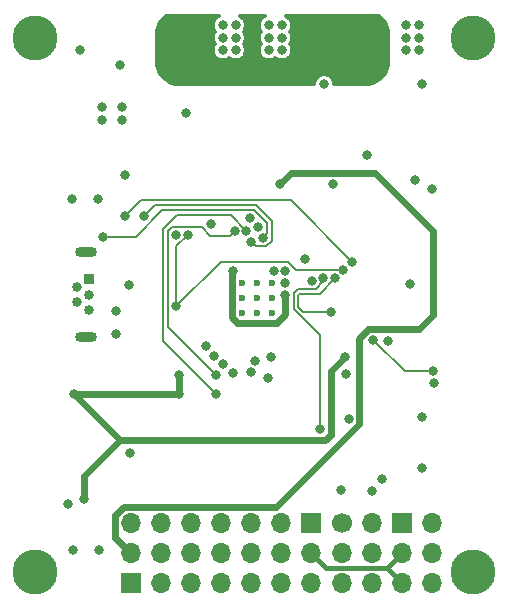
<source format=gbr>
%TF.GenerationSoftware,KiCad,Pcbnew,(5.1.10-1-10_14)*%
%TF.CreationDate,2021-12-24T07:56:15-05:00*%
%TF.ProjectId,hermes_v1,6865726d-6573-45f7-9631-2e6b69636164,rev?*%
%TF.SameCoordinates,Original*%
%TF.FileFunction,Copper,L3,Inr*%
%TF.FilePolarity,Positive*%
%FSLAX46Y46*%
G04 Gerber Fmt 4.6, Leading zero omitted, Abs format (unit mm)*
G04 Created by KiCad (PCBNEW (5.1.10-1-10_14)) date 2021-12-24 07:56:15*
%MOMM*%
%LPD*%
G01*
G04 APERTURE LIST*
%TA.AperFunction,ComponentPad*%
%ADD10C,3.800000*%
%TD*%
%TA.AperFunction,ComponentPad*%
%ADD11O,1.850000X0.850000*%
%TD*%
%TA.AperFunction,ComponentPad*%
%ADD12C,0.840000*%
%TD*%
%TA.AperFunction,ComponentPad*%
%ADD13R,0.840000X0.840000*%
%TD*%
%TA.AperFunction,ComponentPad*%
%ADD14O,1.700000X1.700000*%
%TD*%
%TA.AperFunction,ComponentPad*%
%ADD15R,1.700000X1.700000*%
%TD*%
%TA.AperFunction,ComponentPad*%
%ADD16C,1.700000*%
%TD*%
%TA.AperFunction,ComponentPad*%
%ADD17C,0.600000*%
%TD*%
%TA.AperFunction,ViaPad*%
%ADD18C,0.800000*%
%TD*%
%TA.AperFunction,Conductor*%
%ADD19C,0.200000*%
%TD*%
%TA.AperFunction,Conductor*%
%ADD20C,0.400000*%
%TD*%
%TA.AperFunction,Conductor*%
%ADD21C,0.600000*%
%TD*%
%TA.AperFunction,Conductor*%
%ADD22C,0.300000*%
%TD*%
%TA.AperFunction,Conductor*%
%ADD23C,0.100000*%
%TD*%
G04 APERTURE END LIST*
D10*
%TO.N,N/C*%
%TO.C,H4*%
X188110000Y-45960000D03*
%TD*%
%TO.N,N/C*%
%TO.C,H3*%
X225250000Y-91190000D03*
%TD*%
%TO.N,N/C*%
%TO.C,H2*%
X188110000Y-91170000D03*
%TD*%
%TO.N,N/C*%
%TO.C,H1*%
X225230000Y-45960000D03*
%TD*%
D11*
%TO.N,GND*%
%TO.C,J2*%
X192480000Y-71275000D03*
X192480000Y-64125000D03*
D12*
X192700000Y-69000000D03*
%TO.N,Net-(J2-Pad4)*%
X191700000Y-68350000D03*
%TO.N,Net-(J2-Pad3)*%
X192700000Y-67700000D03*
%TO.N,Net-(J2-Pad2)*%
X191700000Y-67050000D03*
D13*
%TO.N,FC_USB_VBUS*%
X192700000Y-66400000D03*
%TD*%
D14*
%TO.N,GND*%
%TO.C,J7*%
X221740000Y-92130000D03*
%TO.N,+5V*%
X219200000Y-92130000D03*
%TO.N,GND*%
X221740000Y-89590000D03*
%TO.N,+5V*%
X219200000Y-89590000D03*
%TO.N,GND*%
X221740000Y-87050000D03*
D15*
%TO.N,3V3_IO*%
X219200000Y-87050000D03*
%TD*%
D14*
%TO.N,FC_UART0_RX*%
%TO.C,J5*%
X216640000Y-92130000D03*
%TO.N,FC_UART0_TX*%
X214100000Y-92130000D03*
%TO.N,FC_UART1_RX*%
X216640000Y-89590000D03*
%TO.N,FC_UART1_TX*%
X214100000Y-89590000D03*
%TO.N,FC_I2C1_SDA*%
X216640000Y-87050000D03*
D16*
%TO.N,FC_I2C1_SCL*%
X214100000Y-87050000D03*
%TD*%
D14*
%TO.N,+5V*%
%TO.C,J4*%
X211540000Y-89610000D03*
%TO.N,GND*%
X211540000Y-92150000D03*
%TO.N,+5V*%
X209000000Y-89610000D03*
%TO.N,GND*%
X209000000Y-92150000D03*
%TO.N,+5V*%
X206460000Y-89610000D03*
%TO.N,GND*%
X206460000Y-92150000D03*
%TO.N,+5V*%
X203920000Y-89610000D03*
%TO.N,GND*%
X203920000Y-92150000D03*
%TO.N,+5V*%
X201380000Y-89610000D03*
%TO.N,GND*%
X201380000Y-92150000D03*
%TO.N,+5V*%
X198840000Y-89610000D03*
%TO.N,GND*%
X198840000Y-92150000D03*
%TO.N,+5V*%
X196300000Y-89610000D03*
D15*
%TO.N,GND*%
X196300000Y-92150000D03*
%TD*%
D14*
%TO.N,FC_RADIO_PPM*%
%TO.C,J3*%
X196310000Y-87050000D03*
%TO.N,FC_SERVO_6*%
X198850000Y-87050000D03*
%TO.N,FC_SERVO_5*%
X201390000Y-87050000D03*
%TO.N,FC_SERVO_4*%
X203930000Y-87050000D03*
%TO.N,FC_SERVO_3*%
X206470000Y-87050000D03*
%TO.N,FC_SERVO_2*%
X209010000Y-87050000D03*
D15*
%TO.N,FC_SERVO_1*%
X211550000Y-87050000D03*
%TD*%
D17*
%TO.N,GND*%
%TO.C,U3*%
X205675000Y-69275000D03*
X205675000Y-68000000D03*
X205675000Y-66725000D03*
X206950000Y-69275000D03*
X206950000Y-68000000D03*
X206950000Y-66725000D03*
X208225000Y-69275000D03*
X208225000Y-68000000D03*
X208225000Y-66725000D03*
%TD*%
D18*
%TO.N,GND*%
X193800000Y-52900000D03*
X193800000Y-51800000D03*
X205150000Y-44900000D03*
X204050000Y-44900000D03*
X204050000Y-47000000D03*
X205150000Y-47000000D03*
X204050000Y-45950000D03*
X205150000Y-45950000D03*
X209050000Y-45950000D03*
X207950000Y-45950000D03*
X209050000Y-44900000D03*
X207950000Y-44900000D03*
X207950000Y-47000000D03*
X209050000Y-47000000D03*
X219550000Y-47000000D03*
X220650000Y-45950000D03*
X219550000Y-45950000D03*
X220650000Y-47000000D03*
X220650000Y-44900000D03*
X219550000Y-44900000D03*
X220950000Y-82350000D03*
X220950000Y-78050000D03*
X214500000Y-74450000D03*
X214700000Y-78250000D03*
X217546776Y-83315647D03*
X212650000Y-49900000D03*
X211050000Y-64700000D03*
X207008856Y-62009857D03*
X219900000Y-66800000D03*
X200100005Y-62650011D03*
X196150731Y-81150731D03*
X221750000Y-58718282D03*
X191400000Y-89300000D03*
X191300000Y-59600000D03*
X191950000Y-47000000D03*
X195800000Y-57550000D03*
X195550000Y-51800000D03*
X195550000Y-52900000D03*
X195350000Y-48300000D03*
X200950000Y-52300000D03*
X220950000Y-49900000D03*
X196070000Y-66920000D03*
%TO.N,+1V1*%
X200129319Y-68679319D03*
X214257101Y-65592887D03*
X201100006Y-62649994D03*
%TO.N,+3V3*%
X216250000Y-55900000D03*
X195000000Y-71000000D03*
%TO.N,VCC*%
X212950000Y-44900000D03*
X212950000Y-45950000D03*
X211850000Y-44900000D03*
X212950000Y-47000000D03*
X211850000Y-47000000D03*
X211850000Y-45950000D03*
X216750000Y-45950000D03*
X215650000Y-47000000D03*
X216750000Y-44900000D03*
X215650000Y-45950000D03*
X216750000Y-47000000D03*
X215650000Y-44900000D03*
X199700000Y-44850000D03*
X200800000Y-45900000D03*
X199700000Y-46950000D03*
X199700000Y-45900000D03*
X200800000Y-44850000D03*
X200800000Y-46950000D03*
%TO.N,+5V*%
X208900000Y-58350000D03*
X195000000Y-69100000D03*
%TO.N,FC_STATUS_BLUE*%
X197400000Y-61025000D03*
X206455977Y-63213886D03*
%TO.N,FC_STATUS_RED*%
X195800000Y-61025000D03*
X208350000Y-65700000D03*
X214993193Y-64916003D03*
%TO.N,FC_STATUS_GREEN*%
X193921680Y-62787534D03*
X207413182Y-62924474D03*
%TO.N,FC_BOOTSEL*%
X190975000Y-85400000D03*
X193450000Y-59600000D03*
%TO.N,FC_RUN*%
X209350000Y-65700000D03*
X193600000Y-89300000D03*
%TO.N,FC_USB_VBUS*%
X213400000Y-58300000D03*
%TO.N,FC_I2C0_SCL*%
X206750010Y-73300000D03*
X216800000Y-71550000D03*
X221878753Y-74202539D03*
%TO.N,FC_I2C0_SDA*%
X206433580Y-74283580D03*
X218000001Y-71601974D03*
%TO.N,FC_I2C1_SCL*%
X214094975Y-84255025D03*
X205050000Y-62300000D03*
X203450000Y-74500000D03*
%TO.N,FC_I2C1_SDA*%
X216650000Y-84300000D03*
X206050003Y-62300000D03*
X203450000Y-76100000D03*
%TO.N,FC_SWCLK*%
X209351362Y-66700001D03*
%TO.N,FC_SWD*%
X211572881Y-66512718D03*
%TO.N,FC_SPI0_CS*%
X203022609Y-61689690D03*
X206394309Y-61220975D03*
X203268869Y-72875010D03*
%TO.N,FC_SPI0_MOSI*%
X204949999Y-74302160D03*
%TO.N,FC_SPI0_SCK*%
X204100000Y-73575010D03*
%TO.N,FC_SPI0_MISO*%
X202642829Y-72092829D03*
%TO.N,FC_UART1_TX*%
X208150010Y-72999999D03*
%TO.N,FC_UART1_RX*%
X207899798Y-74800003D03*
%TO.N,FC_UART0_TX*%
X212549997Y-66300002D03*
X212271274Y-79115560D03*
%TO.N,FC_UART0_RX*%
X213550000Y-66300002D03*
X213249997Y-69175001D03*
%TO.N,/FlightControlComputer/3V_MCU*%
X209349990Y-67706681D03*
X204950010Y-65700000D03*
%TO.N,3V3_IO*%
X214380025Y-72980024D03*
X221900049Y-75202314D03*
X220350000Y-58000000D03*
X191450000Y-76100000D03*
X192300000Y-85000000D03*
X200350000Y-74500000D03*
X200350000Y-76100000D03*
%TD*%
D19*
%TO.N,+1V1*%
X209586001Y-64899999D02*
X203908639Y-64899999D01*
X203908639Y-64899999D02*
X200129319Y-68679319D01*
X210278889Y-65592887D02*
X209586001Y-64899999D01*
X214257101Y-65592887D02*
X210278889Y-65592887D01*
X200129319Y-63620681D02*
X201100006Y-62649994D01*
X200129319Y-68679319D02*
X200129319Y-63620681D01*
D20*
%TO.N,+5V*%
X217910001Y-90879999D02*
X219200000Y-89590000D01*
X212809999Y-90879999D02*
X217910001Y-90879999D01*
X211540000Y-89610000D02*
X212809999Y-90879999D01*
X217949999Y-90879999D02*
X219200000Y-92130000D01*
X217910001Y-90879999D02*
X217949999Y-90879999D01*
D21*
X209850001Y-57399999D02*
X216899999Y-57399999D01*
X208900000Y-58350000D02*
X209850001Y-57399999D01*
X216899999Y-57399999D02*
X221850000Y-62350000D01*
X221850000Y-62350000D02*
X221850000Y-69450000D01*
X194959999Y-88269999D02*
X196300000Y-89610000D01*
X195661999Y-85699999D02*
X194959999Y-86401999D01*
X215600001Y-78682001D02*
X208582003Y-85699999D01*
X215600001Y-71417997D02*
X215600001Y-78682001D01*
X208582003Y-85699999D02*
X195661999Y-85699999D01*
X216367999Y-70649999D02*
X215600001Y-71417997D01*
X220650001Y-70649999D02*
X216367999Y-70649999D01*
X194959999Y-86401999D02*
X194959999Y-88269999D01*
X221850000Y-69450000D02*
X220650001Y-70649999D01*
D19*
%TO.N,FC_STATUS_BLUE*%
X198304036Y-60120964D02*
X197400000Y-61025000D01*
X208213191Y-61438156D02*
X206895999Y-60120964D01*
X208213191Y-63160467D02*
X208213191Y-61438156D01*
X206895999Y-60120964D02*
X198304036Y-60120964D01*
X206866566Y-63624475D02*
X207749183Y-63624475D01*
X207749183Y-63624475D02*
X208213191Y-63160467D01*
X206455977Y-63213886D02*
X206866566Y-63624475D01*
%TO.N,FC_STATUS_RED*%
X197104046Y-59720954D02*
X195800000Y-61025000D01*
X209798144Y-59720954D02*
X197104046Y-59720954D01*
X214993193Y-64916003D02*
X209798144Y-59720954D01*
%TO.N,FC_STATUS_GREEN*%
X196673468Y-62787534D02*
X193921680Y-62787534D01*
X198940028Y-60520974D02*
X196673468Y-62787534D01*
X207813181Y-61603845D02*
X206730310Y-60520974D01*
X207813181Y-62524475D02*
X207813181Y-61603845D01*
X206730310Y-60520974D02*
X198940028Y-60520974D01*
X207413182Y-62924474D02*
X207813181Y-62524475D01*
%TO.N,FC_I2C0_SCL*%
X219452539Y-74202539D02*
X221878753Y-74202539D01*
X216800000Y-71550000D02*
X219452539Y-74202539D01*
%TO.N,FC_I2C1_SCL*%
X202246910Y-61949993D02*
X202996916Y-62699999D01*
X199764021Y-61949993D02*
X202246910Y-61949993D01*
X199400004Y-62314010D02*
X199764021Y-61949993D01*
X204650001Y-62699999D02*
X205050000Y-62300000D01*
X202996916Y-62699999D02*
X204650001Y-62699999D01*
X203450000Y-74500000D02*
X199429318Y-70479318D01*
X199400004Y-70450004D02*
X199429318Y-70479318D01*
X199400004Y-62314010D02*
X199400004Y-70450004D01*
%TO.N,FC_I2C1_SDA*%
X204739692Y-60989689D02*
X206050003Y-62300000D01*
X200158626Y-60989689D02*
X204739692Y-60989689D01*
X198999994Y-62148321D02*
X200158626Y-60989689D01*
X198999994Y-71649994D02*
X198999994Y-62148321D01*
X203450000Y-76100000D02*
X198999994Y-71649994D01*
%TO.N,FC_UART0_TX*%
X212549997Y-66571604D02*
X211908882Y-67212719D01*
X212549997Y-66300002D02*
X212549997Y-66571604D01*
X210049990Y-67584311D02*
X210049990Y-68915688D01*
X210421582Y-67212719D02*
X210049990Y-67584311D01*
X211908882Y-67212719D02*
X210421582Y-67212719D01*
X212271274Y-71136972D02*
X212271274Y-79115560D01*
X210049990Y-68915688D02*
X212271274Y-71136972D01*
%TO.N,FC_UART0_RX*%
X213550000Y-66300002D02*
X212237273Y-67612729D01*
X212237273Y-67612729D02*
X210587271Y-67612729D01*
X210587271Y-67612729D02*
X210450000Y-67750000D01*
X210450000Y-67750000D02*
X210450000Y-68750000D01*
X210875001Y-69175001D02*
X213249997Y-69175001D01*
X210450000Y-68750000D02*
X210875001Y-69175001D01*
D21*
%TO.N,/FlightControlComputer/3V_MCU*%
X209349990Y-69334012D02*
X209349990Y-67706681D01*
X205290999Y-70075001D02*
X204850000Y-69634002D01*
X208609001Y-70075001D02*
X205290999Y-70075001D01*
X209349990Y-69334012D02*
X208609001Y-70075001D01*
X204850000Y-65800010D02*
X204950010Y-65700000D01*
X204850000Y-69634002D02*
X204850000Y-65800010D01*
%TO.N,3V3_IO*%
X213171275Y-79547561D02*
X212703275Y-80015561D01*
X213171275Y-74188774D02*
X213171275Y-79547561D01*
X212703275Y-80015561D02*
X199833559Y-80015561D01*
X214380025Y-72980024D02*
X213171275Y-74188774D01*
X195365561Y-80015561D02*
X191450000Y-76100000D01*
X199833559Y-80015561D02*
X195365561Y-80015561D01*
X192300000Y-83081122D02*
X195365561Y-80015561D01*
X192300000Y-85000000D02*
X192300000Y-83081122D01*
X200350000Y-74500000D02*
X200350000Y-76100000D01*
X200350000Y-76100000D02*
X191450000Y-76100000D01*
%TD*%
D22*
%TO.N,VCC*%
X203647374Y-44146740D02*
X203508156Y-44239762D01*
X203389762Y-44358156D01*
X203296740Y-44497374D01*
X203232665Y-44652064D01*
X203200000Y-44816282D01*
X203200000Y-44983718D01*
X203232665Y-45147936D01*
X203296740Y-45302626D01*
X203378507Y-45425000D01*
X203296740Y-45547374D01*
X203232665Y-45702064D01*
X203200000Y-45866282D01*
X203200000Y-46033718D01*
X203232665Y-46197936D01*
X203296740Y-46352626D01*
X203378507Y-46475000D01*
X203296740Y-46597374D01*
X203232665Y-46752064D01*
X203200000Y-46916282D01*
X203200000Y-47083718D01*
X203232665Y-47247936D01*
X203296740Y-47402626D01*
X203389762Y-47541844D01*
X203508156Y-47660238D01*
X203647374Y-47753260D01*
X203802064Y-47817335D01*
X203966282Y-47850000D01*
X204133718Y-47850000D01*
X204297936Y-47817335D01*
X204452626Y-47753260D01*
X204591844Y-47660238D01*
X204600000Y-47652082D01*
X204608156Y-47660238D01*
X204747374Y-47753260D01*
X204902064Y-47817335D01*
X205066282Y-47850000D01*
X205233718Y-47850000D01*
X205397936Y-47817335D01*
X205552626Y-47753260D01*
X205691844Y-47660238D01*
X205810238Y-47541844D01*
X205903260Y-47402626D01*
X205967335Y-47247936D01*
X206000000Y-47083718D01*
X206000000Y-46916282D01*
X205967335Y-46752064D01*
X205903260Y-46597374D01*
X205821493Y-46475000D01*
X205903260Y-46352626D01*
X205967335Y-46197936D01*
X206000000Y-46033718D01*
X206000000Y-45866282D01*
X205967335Y-45702064D01*
X205903260Y-45547374D01*
X205821493Y-45425000D01*
X205903260Y-45302626D01*
X205967335Y-45147936D01*
X206000000Y-44983718D01*
X206000000Y-44816282D01*
X205967335Y-44652064D01*
X205903260Y-44497374D01*
X205810238Y-44358156D01*
X205691844Y-44239762D01*
X205552626Y-44146740D01*
X205500141Y-44125000D01*
X207599859Y-44125000D01*
X207547374Y-44146740D01*
X207408156Y-44239762D01*
X207289762Y-44358156D01*
X207196740Y-44497374D01*
X207132665Y-44652064D01*
X207100000Y-44816282D01*
X207100000Y-44983718D01*
X207132665Y-45147936D01*
X207196740Y-45302626D01*
X207278507Y-45425000D01*
X207196740Y-45547374D01*
X207132665Y-45702064D01*
X207100000Y-45866282D01*
X207100000Y-46033718D01*
X207132665Y-46197936D01*
X207196740Y-46352626D01*
X207278507Y-46475000D01*
X207196740Y-46597374D01*
X207132665Y-46752064D01*
X207100000Y-46916282D01*
X207100000Y-47083718D01*
X207132665Y-47247936D01*
X207196740Y-47402626D01*
X207289762Y-47541844D01*
X207408156Y-47660238D01*
X207547374Y-47753260D01*
X207702064Y-47817335D01*
X207866282Y-47850000D01*
X208033718Y-47850000D01*
X208197936Y-47817335D01*
X208352626Y-47753260D01*
X208491844Y-47660238D01*
X208500000Y-47652082D01*
X208508156Y-47660238D01*
X208647374Y-47753260D01*
X208802064Y-47817335D01*
X208966282Y-47850000D01*
X209133718Y-47850000D01*
X209297936Y-47817335D01*
X209452626Y-47753260D01*
X209591844Y-47660238D01*
X209710238Y-47541844D01*
X209803260Y-47402626D01*
X209867335Y-47247936D01*
X209900000Y-47083718D01*
X209900000Y-46916282D01*
X209867335Y-46752064D01*
X209803260Y-46597374D01*
X209721493Y-46475000D01*
X209803260Y-46352626D01*
X209867335Y-46197936D01*
X209900000Y-46033718D01*
X209900000Y-45866282D01*
X209867335Y-45702064D01*
X209803260Y-45547374D01*
X209721493Y-45425000D01*
X209803260Y-45302626D01*
X209867335Y-45147936D01*
X209900000Y-44983718D01*
X209900000Y-44816282D01*
X209867335Y-44652064D01*
X209803260Y-44497374D01*
X209710238Y-44358156D01*
X209591844Y-44239762D01*
X209452626Y-44146740D01*
X209400141Y-44125000D01*
X217241385Y-44125000D01*
X217411241Y-44252153D01*
X217597847Y-44438759D01*
X217755997Y-44650022D01*
X217882472Y-44881643D01*
X217974694Y-45128901D01*
X218030790Y-45386771D01*
X218050000Y-45655360D01*
X218050000Y-47994640D01*
X218030790Y-48263229D01*
X217974694Y-48521099D01*
X217882472Y-48768357D01*
X217755997Y-48999978D01*
X217597847Y-49211241D01*
X217411241Y-49397847D01*
X217199978Y-49555997D01*
X216968357Y-49682472D01*
X216721099Y-49774694D01*
X216463229Y-49830790D01*
X216194640Y-49850000D01*
X213500000Y-49850000D01*
X213500000Y-49816282D01*
X213467335Y-49652064D01*
X213403260Y-49497374D01*
X213310238Y-49358156D01*
X213191844Y-49239762D01*
X213052626Y-49146740D01*
X212897936Y-49082665D01*
X212733718Y-49050000D01*
X212566282Y-49050000D01*
X212402064Y-49082665D01*
X212247374Y-49146740D01*
X212108156Y-49239762D01*
X211989762Y-49358156D01*
X211896740Y-49497374D01*
X211832665Y-49652064D01*
X211800000Y-49816282D01*
X211800000Y-49850000D01*
X200305360Y-49850000D01*
X200036771Y-49830790D01*
X199778901Y-49774694D01*
X199531643Y-49682472D01*
X199300022Y-49555997D01*
X199088759Y-49397847D01*
X198902153Y-49211241D01*
X198744003Y-48999978D01*
X198617528Y-48768357D01*
X198525306Y-48521099D01*
X198469210Y-48263229D01*
X198450000Y-47994640D01*
X198450000Y-45655360D01*
X198469210Y-45386771D01*
X198525306Y-45128901D01*
X198617528Y-44881643D01*
X198744003Y-44650022D01*
X198902153Y-44438759D01*
X199088759Y-44252153D01*
X199258615Y-44125000D01*
X203699859Y-44125000D01*
X203647374Y-44146740D01*
%TA.AperFunction,Conductor*%
D23*
G36*
X203647374Y-44146740D02*
G01*
X203508156Y-44239762D01*
X203389762Y-44358156D01*
X203296740Y-44497374D01*
X203232665Y-44652064D01*
X203200000Y-44816282D01*
X203200000Y-44983718D01*
X203232665Y-45147936D01*
X203296740Y-45302626D01*
X203378507Y-45425000D01*
X203296740Y-45547374D01*
X203232665Y-45702064D01*
X203200000Y-45866282D01*
X203200000Y-46033718D01*
X203232665Y-46197936D01*
X203296740Y-46352626D01*
X203378507Y-46475000D01*
X203296740Y-46597374D01*
X203232665Y-46752064D01*
X203200000Y-46916282D01*
X203200000Y-47083718D01*
X203232665Y-47247936D01*
X203296740Y-47402626D01*
X203389762Y-47541844D01*
X203508156Y-47660238D01*
X203647374Y-47753260D01*
X203802064Y-47817335D01*
X203966282Y-47850000D01*
X204133718Y-47850000D01*
X204297936Y-47817335D01*
X204452626Y-47753260D01*
X204591844Y-47660238D01*
X204600000Y-47652082D01*
X204608156Y-47660238D01*
X204747374Y-47753260D01*
X204902064Y-47817335D01*
X205066282Y-47850000D01*
X205233718Y-47850000D01*
X205397936Y-47817335D01*
X205552626Y-47753260D01*
X205691844Y-47660238D01*
X205810238Y-47541844D01*
X205903260Y-47402626D01*
X205967335Y-47247936D01*
X206000000Y-47083718D01*
X206000000Y-46916282D01*
X205967335Y-46752064D01*
X205903260Y-46597374D01*
X205821493Y-46475000D01*
X205903260Y-46352626D01*
X205967335Y-46197936D01*
X206000000Y-46033718D01*
X206000000Y-45866282D01*
X205967335Y-45702064D01*
X205903260Y-45547374D01*
X205821493Y-45425000D01*
X205903260Y-45302626D01*
X205967335Y-45147936D01*
X206000000Y-44983718D01*
X206000000Y-44816282D01*
X205967335Y-44652064D01*
X205903260Y-44497374D01*
X205810238Y-44358156D01*
X205691844Y-44239762D01*
X205552626Y-44146740D01*
X205500141Y-44125000D01*
X207599859Y-44125000D01*
X207547374Y-44146740D01*
X207408156Y-44239762D01*
X207289762Y-44358156D01*
X207196740Y-44497374D01*
X207132665Y-44652064D01*
X207100000Y-44816282D01*
X207100000Y-44983718D01*
X207132665Y-45147936D01*
X207196740Y-45302626D01*
X207278507Y-45425000D01*
X207196740Y-45547374D01*
X207132665Y-45702064D01*
X207100000Y-45866282D01*
X207100000Y-46033718D01*
X207132665Y-46197936D01*
X207196740Y-46352626D01*
X207278507Y-46475000D01*
X207196740Y-46597374D01*
X207132665Y-46752064D01*
X207100000Y-46916282D01*
X207100000Y-47083718D01*
X207132665Y-47247936D01*
X207196740Y-47402626D01*
X207289762Y-47541844D01*
X207408156Y-47660238D01*
X207547374Y-47753260D01*
X207702064Y-47817335D01*
X207866282Y-47850000D01*
X208033718Y-47850000D01*
X208197936Y-47817335D01*
X208352626Y-47753260D01*
X208491844Y-47660238D01*
X208500000Y-47652082D01*
X208508156Y-47660238D01*
X208647374Y-47753260D01*
X208802064Y-47817335D01*
X208966282Y-47850000D01*
X209133718Y-47850000D01*
X209297936Y-47817335D01*
X209452626Y-47753260D01*
X209591844Y-47660238D01*
X209710238Y-47541844D01*
X209803260Y-47402626D01*
X209867335Y-47247936D01*
X209900000Y-47083718D01*
X209900000Y-46916282D01*
X209867335Y-46752064D01*
X209803260Y-46597374D01*
X209721493Y-46475000D01*
X209803260Y-46352626D01*
X209867335Y-46197936D01*
X209900000Y-46033718D01*
X209900000Y-45866282D01*
X209867335Y-45702064D01*
X209803260Y-45547374D01*
X209721493Y-45425000D01*
X209803260Y-45302626D01*
X209867335Y-45147936D01*
X209900000Y-44983718D01*
X209900000Y-44816282D01*
X209867335Y-44652064D01*
X209803260Y-44497374D01*
X209710238Y-44358156D01*
X209591844Y-44239762D01*
X209452626Y-44146740D01*
X209400141Y-44125000D01*
X217241385Y-44125000D01*
X217411241Y-44252153D01*
X217597847Y-44438759D01*
X217755997Y-44650022D01*
X217882472Y-44881643D01*
X217974694Y-45128901D01*
X218030790Y-45386771D01*
X218050000Y-45655360D01*
X218050000Y-47994640D01*
X218030790Y-48263229D01*
X217974694Y-48521099D01*
X217882472Y-48768357D01*
X217755997Y-48999978D01*
X217597847Y-49211241D01*
X217411241Y-49397847D01*
X217199978Y-49555997D01*
X216968357Y-49682472D01*
X216721099Y-49774694D01*
X216463229Y-49830790D01*
X216194640Y-49850000D01*
X213500000Y-49850000D01*
X213500000Y-49816282D01*
X213467335Y-49652064D01*
X213403260Y-49497374D01*
X213310238Y-49358156D01*
X213191844Y-49239762D01*
X213052626Y-49146740D01*
X212897936Y-49082665D01*
X212733718Y-49050000D01*
X212566282Y-49050000D01*
X212402064Y-49082665D01*
X212247374Y-49146740D01*
X212108156Y-49239762D01*
X211989762Y-49358156D01*
X211896740Y-49497374D01*
X211832665Y-49652064D01*
X211800000Y-49816282D01*
X211800000Y-49850000D01*
X200305360Y-49850000D01*
X200036771Y-49830790D01*
X199778901Y-49774694D01*
X199531643Y-49682472D01*
X199300022Y-49555997D01*
X199088759Y-49397847D01*
X198902153Y-49211241D01*
X198744003Y-48999978D01*
X198617528Y-48768357D01*
X198525306Y-48521099D01*
X198469210Y-48263229D01*
X198450000Y-47994640D01*
X198450000Y-45655360D01*
X198469210Y-45386771D01*
X198525306Y-45128901D01*
X198617528Y-44881643D01*
X198744003Y-44650022D01*
X198902153Y-44438759D01*
X199088759Y-44252153D01*
X199258615Y-44125000D01*
X203699859Y-44125000D01*
X203647374Y-44146740D01*
G37*
%TD.AperFunction*%
%TD*%
M02*

</source>
